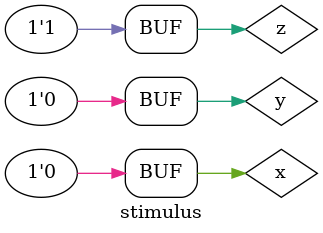
<source format=v>
`timescale 1ns / 1ps

module stimulus;
    // Inputs
    reg x;
    reg y;
    reg z;
    // Outputs
    wire s;
    // Instantiate the Unit Under Test (UUT)
    AND_gate3 uut (
        x,
        y,
        z,
        s
    );

    initial begin
        $dumpfile("test.vcd");
        $dumpvars(0,stimulus);
        // Initialize Inputs
        x = 0;
        y = 0;
        z = 0;

        #20 x = 1;
        #20 y = 1;
        #20 z = 1;
        #20 x = 0;
        #20 y = 0;
        #20 z = 1;
        #40 ;

    end

    initial begin
        $monitor("t=%3d x=%d,y=%d,z=%d,s=%d \n",$time,x,y,z,s);
    end

endmodule
</source>
